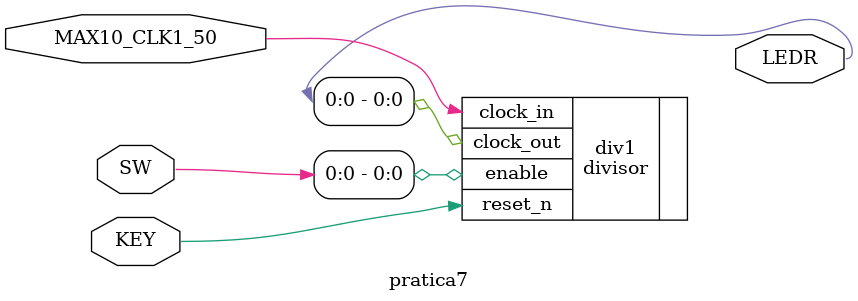
<source format=v>
module pratica7 (
	input MAX10_CLK1_50,
	input [9:0] SW,
	input [0:0] KEY,
	output [9:0] LEDR
);

	divisor #(.NUM_BITS(26))div1 (.clock_in(MAX10_CLK1_50), .reset_n(KEY[0]), .enable(SW[0]), .clock_out(LEDR[0]));

endmodule
</source>
